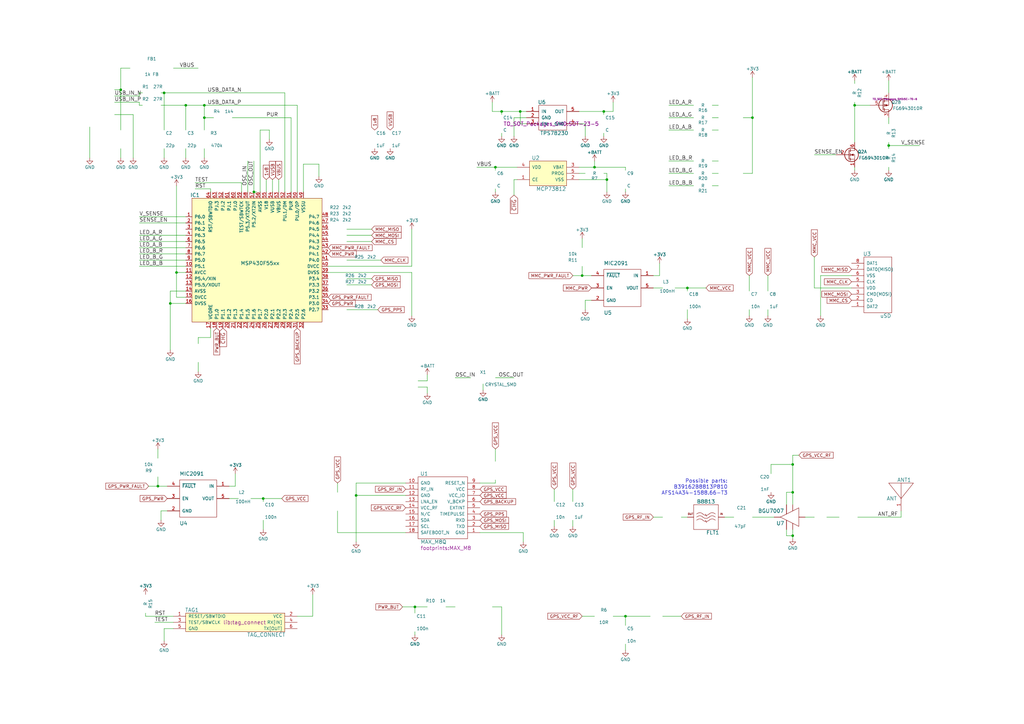
<source format=kicad_sch>
(kicad_sch (version 20210621) (generator eeschema)
  (paper "A3")
  (title_block (title "gpsLogger") (date "2016-07-13") (rev "Rev 2.0") (company "Gregory S Davill") (comment 4 "Simple GPS logger with low power features"))
  (junction (at 49.53 36.83))
  (junction (at 64.77 199.39))
  (junction (at 67.31 38.1))
  (junction (at 69.85 124.46))
  (junction (at 72.39 111.76))
  (junction (at 76.2 43.18))
  (junction (at 83.82 43.18))
  (junction (at 83.82 48.26))
  (junction (at 104.14 78.74))
  (junction (at 107.95 204.47))
  (junction (at 146.05 203.2))
  (junction (at 170.18 248.92))
  (junction (at 203.2 68.58))
  (junction (at 205.74 45.72))
  (junction (at 213.36 45.72))
  (junction (at 238.76 113.03))
  (junction (at 243.84 68.58))
  (junction (at 247.65 45.72))
  (junction (at 248.92 73.66))
  (junction (at 256.54 252.73))
  (junction (at 281.94 118.11))
  (junction (at 308.61 48.26))
  (junction (at 325.12 190.5))
  (junction (at 325.12 201.93))
  (junction (at 325.12 219.71))
  (junction (at 350.52 43.18))
  (junction (at 364.49 59.69))
  (wire (pts (xy 36.83 52.07) (xy 36.83 64.77)))
  (wire (pts (xy 46.99 36.83) (xy 49.53 36.83)))
  (wire (pts (xy 46.99 39.37) (xy 57.15 39.37)))
  (wire (pts (xy 46.99 41.91) (xy 57.15 41.91)))
  (wire (pts (xy 46.99 46.99) (xy 54.61 46.99)))
  (wire (pts (xy 49.53 27.94) (xy 49.53 36.83)))
  (wire (pts (xy 49.53 27.94) (xy 53.34 27.94)))
  (wire (pts (xy 49.53 36.83) (xy 49.53 53.34)))
  (wire (pts (xy 49.53 60.96) (xy 49.53 64.77)))
  (wire (pts (xy 54.61 46.99) (xy 54.61 64.77)))
  (wire (pts (xy 57.15 38.1) (xy 58.42 38.1)))
  (wire (pts (xy 57.15 39.37) (xy 57.15 38.1)))
  (wire (pts (xy 57.15 41.91) (xy 57.15 43.18)))
  (wire (pts (xy 57.15 43.18) (xy 58.42 43.18)))
  (wire (pts (xy 59.69 252.73) (xy 59.69 251.46)))
  (wire (pts (xy 59.69 252.73) (xy 71.12 252.73)))
  (wire (pts (xy 60.96 199.39) (xy 64.77 199.39)))
  (wire (pts (xy 64.77 187.96) (xy 64.77 184.15)))
  (wire (pts (xy 64.77 195.58) (xy 64.77 199.39)))
  (wire (pts (xy 64.77 199.39) (xy 68.58 199.39)))
  (wire (pts (xy 66.04 38.1) (xy 67.31 38.1)))
  (wire (pts (xy 66.04 43.18) (xy 76.2 43.18)))
  (wire (pts (xy 66.04 209.55) (xy 66.04 213.36)))
  (wire (pts (xy 67.31 38.1) (xy 116.84 38.1)))
  (wire (pts (xy 67.31 53.34) (xy 67.31 38.1)))
  (wire (pts (xy 67.31 60.96) (xy 67.31 64.77)))
  (wire (pts (xy 67.31 257.81) (xy 67.31 262.89)))
  (wire (pts (xy 68.58 209.55) (xy 66.04 209.55)))
  (wire (pts (xy 69.85 119.38) (xy 69.85 124.46)))
  (wire (pts (xy 69.85 124.46) (xy 69.85 143.51)))
  (wire (pts (xy 71.12 27.94) (xy 81.28 27.94)))
  (wire (pts (xy 71.12 255.27) (xy 63.5 255.27)))
  (wire (pts (xy 71.12 257.81) (xy 67.31 257.81)))
  (wire (pts (xy 72.39 76.2) (xy 72.39 111.76)))
  (wire (pts (xy 72.39 111.76) (xy 72.39 121.92)))
  (wire (pts (xy 72.39 121.92) (xy 76.2 121.92)))
  (wire (pts (xy 76.2 43.18) (xy 83.82 43.18)))
  (wire (pts (xy 76.2 53.34) (xy 76.2 43.18)))
  (wire (pts (xy 76.2 60.96) (xy 76.2 64.77)))
  (wire (pts (xy 76.2 88.9) (xy 57.15 88.9)))
  (wire (pts (xy 76.2 91.44) (xy 57.15 91.44)))
  (wire (pts (xy 76.2 96.52) (xy 57.15 96.52)))
  (wire (pts (xy 76.2 99.06) (xy 57.15 99.06)))
  (wire (pts (xy 76.2 101.6) (xy 57.15 101.6)))
  (wire (pts (xy 76.2 104.14) (xy 57.15 104.14)))
  (wire (pts (xy 76.2 106.68) (xy 57.15 106.68)))
  (wire (pts (xy 76.2 109.22) (xy 57.15 109.22)))
  (wire (pts (xy 76.2 111.76) (xy 72.39 111.76)))
  (wire (pts (xy 76.2 119.38) (xy 69.85 119.38)))
  (wire (pts (xy 76.2 124.46) (xy 69.85 124.46)))
  (wire (pts (xy 81.28 138.43) (xy 86.36 138.43)))
  (wire (pts (xy 81.28 140.97) (xy 81.28 138.43)))
  (wire (pts (xy 81.28 152.4) (xy 81.28 148.59)))
  (wire (pts (xy 83.82 43.18) (xy 83.82 48.26)))
  (wire (pts (xy 83.82 43.18) (xy 121.92 43.18)))
  (wire (pts (xy 83.82 48.26) (xy 83.82 53.34)))
  (wire (pts (xy 83.82 48.26) (xy 87.63 48.26)))
  (wire (pts (xy 83.82 64.77) (xy 83.82 60.96)))
  (wire (pts (xy 86.36 77.47) (xy 80.01 77.47)))
  (wire (pts (xy 86.36 78.74) (xy 86.36 77.47)))
  (wire (pts (xy 86.36 134.62) (xy 86.36 138.43)))
  (wire (pts (xy 93.98 199.39) (xy 96.52 199.39)))
  (wire (pts (xy 93.98 204.47) (xy 97.79 204.47)))
  (wire (pts (xy 95.25 48.26) (xy 119.38 48.26)))
  (wire (pts (xy 96.52 199.39) (xy 96.52 194.31)))
  (wire (pts (xy 99.06 74.93) (xy 80.01 74.93)))
  (wire (pts (xy 99.06 78.74) (xy 99.06 74.93)))
  (wire (pts (xy 101.6 78.74) (xy 101.6 66.04)))
  (wire (pts (xy 102.87 204.47) (xy 107.95 204.47)))
  (wire (pts (xy 104.14 78.74) (xy 104.14 66.04)))
  (wire (pts (xy 105.41 78.74) (xy 104.14 78.74)))
  (wire (pts (xy 106.68 53.34) (xy 110.49 53.34)))
  (wire (pts (xy 106.68 78.74) (xy 106.68 53.34)))
  (wire (pts (xy 107.95 204.47) (xy 107.95 205.74)))
  (wire (pts (xy 107.95 204.47) (xy 115.57 204.47)))
  (wire (pts (xy 107.95 213.36) (xy 107.95 217.17)))
  (wire (pts (xy 109.22 78.74) (xy 109.22 73.66)))
  (wire (pts (xy 110.49 53.34) (xy 110.49 57.15)))
  (wire (pts (xy 111.76 78.74) (xy 111.76 73.66)))
  (wire (pts (xy 114.3 78.74) (xy 114.3 73.66)))
  (wire (pts (xy 116.84 38.1) (xy 116.84 78.74)))
  (wire (pts (xy 119.38 48.26) (xy 119.38 78.74)))
  (wire (pts (xy 121.92 43.18) (xy 121.92 78.74)))
  (wire (pts (xy 121.92 252.73) (xy 128.27 252.73)))
  (wire (pts (xy 124.46 67.31) (xy 130.81 67.31)))
  (wire (pts (xy 124.46 78.74) (xy 124.46 67.31)))
  (wire (pts (xy 128.27 252.73) (xy 128.27 243.84)))
  (wire (pts (xy 130.81 67.31) (xy 130.81 72.39)))
  (wire (pts (xy 134.62 111.76) (xy 168.91 111.76)))
  (wire (pts (xy 138.43 198.12) (xy 138.43 201.93)))
  (wire (pts (xy 138.43 209.55) (xy 138.43 218.44)))
  (wire (pts (xy 138.43 218.44) (xy 166.37 218.44)))
  (wire (pts (xy 142.24 93.98) (xy 152.4 93.98)))
  (wire (pts (xy 142.24 99.06) (xy 152.4 99.06)))
  (wire (pts (xy 142.24 114.3) (xy 152.4 114.3)))
  (wire (pts (xy 142.24 127) (xy 154.94 127)))
  (wire (pts (xy 146.05 198.12) (xy 146.05 203.2)))
  (wire (pts (xy 146.05 203.2) (xy 146.05 222.25)))
  (wire (pts (xy 152.4 96.52) (xy 142.24 96.52)))
  (wire (pts (xy 152.4 116.84) (xy 142.24 116.84)))
  (wire (pts (xy 156.21 106.68) (xy 142.24 106.68)))
  (wire (pts (xy 165.1 248.92) (xy 170.18 248.92)))
  (wire (pts (xy 166.37 198.12) (xy 146.05 198.12)))
  (wire (pts (xy 166.37 203.2) (xy 146.05 203.2)))
  (wire (pts (xy 168.91 93.98) (xy 168.91 109.22)))
  (wire (pts (xy 168.91 109.22) (xy 134.62 109.22)))
  (wire (pts (xy 168.91 111.76) (xy 168.91 129.54)))
  (wire (pts (xy 170.18 248.92) (xy 175.26 248.92)))
  (wire (pts (xy 170.18 251.46) (xy 170.18 248.92)))
  (wire (pts (xy 170.18 260.35) (xy 170.18 259.08)))
  (wire (pts (xy 171.45 156.21) (xy 175.26 156.21)))
  (wire (pts (xy 171.45 158.75) (xy 175.26 158.75)))
  (wire (pts (xy 175.26 156.21) (xy 175.26 153.67)))
  (wire (pts (xy 175.26 158.75) (xy 175.26 161.29)))
  (wire (pts (xy 182.88 248.92) (xy 186.69 248.92)))
  (wire (pts (xy 193.04 154.94) (xy 186.69 154.94)))
  (wire (pts (xy 195.58 68.58) (xy 203.2 68.58)))
  (wire (pts (xy 196.85 198.12) (xy 203.2 198.12)))
  (wire (pts (xy 196.85 218.44) (xy 214.63 218.44)))
  (wire (pts (xy 198.12 157.48) (xy 198.12 160.02)))
  (wire (pts (xy 201.93 41.91) (xy 201.93 45.72)))
  (wire (pts (xy 201.93 45.72) (xy 205.74 45.72)))
  (wire (pts (xy 201.93 248.92) (xy 205.74 248.92)))
  (wire (pts (xy 203.2 68.58) (xy 212.09 68.58)))
  (wire (pts (xy 203.2 69.85) (xy 203.2 68.58)))
  (wire (pts (xy 203.2 77.47) (xy 203.2 78.74)))
  (wire (pts (xy 203.2 154.94) (xy 210.82 154.94)))
  (wire (pts (xy 203.2 189.23) (xy 203.2 184.15)))
  (wire (pts (xy 203.2 198.12) (xy 203.2 196.85)))
  (wire (pts (xy 205.74 45.72) (xy 213.36 45.72)))
  (wire (pts (xy 205.74 46.99) (xy 205.74 45.72)))
  (wire (pts (xy 205.74 54.61) (xy 205.74 55.88)))
  (wire (pts (xy 205.74 248.92) (xy 205.74 260.35)))
  (wire (pts (xy 210.82 48.26) (xy 210.82 55.88)))
  (wire (pts (xy 210.82 73.66) (xy 210.82 80.01)))
  (wire (pts (xy 212.09 73.66) (xy 210.82 73.66)))
  (wire (pts (xy 213.36 45.72) (xy 215.9 45.72)))
  (wire (pts (xy 213.36 50.8) (xy 213.36 45.72)))
  (wire (pts (xy 214.63 218.44) (xy 214.63 222.25)))
  (wire (pts (xy 215.9 48.26) (xy 210.82 48.26)))
  (wire (pts (xy 215.9 50.8) (xy 213.36 50.8)))
  (wire (pts (xy 227.33 200.66) (xy 227.33 205.74)))
  (wire (pts (xy 227.33 215.9) (xy 227.33 213.36)))
  (wire (pts (xy 234.95 113.03) (xy 238.76 113.03)))
  (wire (pts (xy 234.95 200.66) (xy 234.95 205.74)))
  (wire (pts (xy 234.95 213.36) (xy 234.95 215.9)))
  (wire (pts (xy 237.49 45.72) (xy 247.65 45.72)))
  (wire (pts (xy 237.49 50.8) (xy 240.03 50.8)))
  (wire (pts (xy 237.49 68.58) (xy 243.84 68.58)))
  (wire (pts (xy 237.49 71.12) (xy 240.03 71.12)))
  (wire (pts (xy 237.49 73.66) (xy 248.92 73.66)))
  (wire (pts (xy 238.76 101.6) (xy 238.76 97.79)))
  (wire (pts (xy 238.76 109.22) (xy 238.76 113.03)))
  (wire (pts (xy 238.76 113.03) (xy 242.57 113.03)))
  (wire (pts (xy 238.76 252.73) (xy 243.84 252.73)))
  (wire (pts (xy 240.03 50.8) (xy 240.03 55.88)))
  (wire (pts (xy 240.03 123.19) (xy 240.03 127)))
  (wire (pts (xy 242.57 123.19) (xy 240.03 123.19)))
  (wire (pts (xy 243.84 66.04) (xy 243.84 68.58)))
  (wire (pts (xy 243.84 68.58) (xy 256.54 68.58)))
  (wire (pts (xy 247.65 45.72) (xy 247.65 46.99)))
  (wire (pts (xy 247.65 45.72) (xy 251.46 45.72)))
  (wire (pts (xy 247.65 54.61) (xy 247.65 55.88)))
  (wire (pts (xy 247.65 71.12) (xy 248.92 71.12)))
  (wire (pts (xy 248.92 71.12) (xy 248.92 73.66)))
  (wire (pts (xy 248.92 73.66) (xy 248.92 78.74)))
  (wire (pts (xy 251.46 45.72) (xy 251.46 41.91)))
  (wire (pts (xy 251.46 252.73) (xy 256.54 252.73)))
  (wire (pts (xy 256.54 68.58) (xy 256.54 69.85)))
  (wire (pts (xy 256.54 77.47) (xy 256.54 78.74)))
  (wire (pts (xy 256.54 252.73) (xy 256.54 256.54)))
  (wire (pts (xy 256.54 252.73) (xy 266.7 252.73)))
  (wire (pts (xy 256.54 264.16) (xy 256.54 266.7)))
  (wire (pts (xy 267.97 113.03) (xy 270.51 113.03)))
  (wire (pts (xy 267.97 118.11) (xy 271.78 118.11)))
  (wire (pts (xy 267.97 212.09) (xy 271.78 212.09)))
  (wire (pts (xy 270.51 113.03) (xy 270.51 107.95)))
  (wire (pts (xy 271.78 252.73) (xy 279.4 252.73)))
  (wire (pts (xy 274.32 53.34) (xy 284.48 53.34)))
  (wire (pts (xy 274.32 71.12) (xy 284.48 71.12)))
  (wire (pts (xy 276.86 118.11) (xy 281.94 118.11)))
  (wire (pts (xy 279.4 212.09) (xy 281.94 212.09)))
  (wire (pts (xy 281.94 118.11) (xy 281.94 119.38)))
  (wire (pts (xy 281.94 118.11) (xy 289.56 118.11)))
  (wire (pts (xy 281.94 127) (xy 281.94 130.81)))
  (wire (pts (xy 284.48 43.18) (xy 274.32 43.18)))
  (wire (pts (xy 284.48 48.26) (xy 274.32 48.26)))
  (wire (pts (xy 284.48 66.04) (xy 274.32 66.04)))
  (wire (pts (xy 284.48 76.2) (xy 274.32 76.2)))
  (wire (pts (xy 292.1 43.18) (xy 294.64 43.18)))
  (wire (pts (xy 292.1 53.34) (xy 294.64 53.34)))
  (wire (pts (xy 292.1 66.04) (xy 294.64 66.04)))
  (wire (pts (xy 292.1 76.2) (xy 294.64 76.2)))
  (wire (pts (xy 294.64 48.26) (xy 292.1 48.26)))
  (wire (pts (xy 294.64 71.12) (xy 292.1 71.12)))
  (wire (pts (xy 297.18 212.09) (xy 300.99 212.09)))
  (wire (pts (xy 304.8 48.26) (xy 308.61 48.26)))
  (wire (pts (xy 307.34 113.03) (xy 307.34 119.38)))
  (wire (pts (xy 307.34 129.54) (xy 307.34 127)))
  (wire (pts (xy 308.61 31.75) (xy 308.61 48.26)))
  (wire (pts (xy 308.61 48.26) (xy 308.61 71.12)))
  (wire (pts (xy 308.61 71.12) (xy 304.8 71.12)))
  (wire (pts (xy 314.96 119.38) (xy 314.96 113.03)))
  (wire (pts (xy 314.96 127) (xy 314.96 129.54)))
  (wire (pts (xy 316.23 190.5) (xy 325.12 190.5)))
  (wire (pts (xy 316.23 194.31) (xy 316.23 190.5)))
  (wire (pts (xy 317.5 212.09) (xy 308.61 212.09)))
  (wire (pts (xy 322.58 201.93) (xy 325.12 201.93)))
  (wire (pts (xy 322.58 207.01) (xy 322.58 201.93)))
  (wire (pts (xy 322.58 217.17) (xy 322.58 219.71)))
  (wire (pts (xy 322.58 219.71) (xy 325.12 219.71)))
  (wire (pts (xy 325.12 186.69) (xy 325.12 190.5)))
  (wire (pts (xy 325.12 186.69) (xy 327.66 186.69)))
  (wire (pts (xy 325.12 190.5) (xy 325.12 201.93)))
  (wire (pts (xy 325.12 201.93) (xy 325.12 207.01)))
  (wire (pts (xy 325.12 217.17) (xy 325.12 219.71)))
  (wire (pts (xy 325.12 219.71) (xy 325.12 220.98)))
  (wire (pts (xy 334.01 105.41) (xy 334.01 118.11)))
  (wire (pts (xy 334.01 118.11) (xy 349.25 118.11)))
  (wire (pts (xy 334.01 212.09) (xy 330.2 212.09)))
  (wire (pts (xy 336.55 113.03) (xy 349.25 113.03)))
  (wire (pts (xy 336.55 129.54) (xy 336.55 113.03)))
  (wire (pts (xy 342.9 63.5) (xy 334.01 63.5)))
  (wire (pts (xy 344.17 212.09) (xy 339.09 212.09)))
  (wire (pts (xy 350.52 33.02) (xy 350.52 34.29)))
  (wire (pts (xy 350.52 41.91) (xy 350.52 43.18)))
  (wire (pts (xy 350.52 43.18) (xy 350.52 58.42)))
  (wire (pts (xy 350.52 68.58) (xy 350.52 69.85)))
  (wire (pts (xy 356.87 43.18) (xy 350.52 43.18)))
  (wire (pts (xy 364.49 33.02) (xy 364.49 38.1)))
  (wire (pts (xy 364.49 48.26) (xy 364.49 50.8)))
  (wire (pts (xy 364.49 58.42) (xy 364.49 59.69)))
  (wire (pts (xy 364.49 59.69) (xy 364.49 60.96)))
  (wire (pts (xy 364.49 59.69) (xy 377.19 59.69)))
  (wire (pts (xy 364.49 68.58) (xy 364.49 69.85)))
  (wire (pts (xy 369.57 209.55) (xy 369.57 212.09)))
  (wire (pts (xy 369.57 212.09) (xy 351.79 212.09)))
  (text "Possible parts:\nB39162B8813P810\nAFS14A34-1588.66-T3\n" (at 298.45 203.2 0) (effects (font (size 1.524 1.524)) (justify right bottom)))
  (label "USB_IN_N" (at 46.99 39.37 0) (effects (font (size 1.524 1.524))))
  (label "USB_IN_P" (at 46.99 41.91 0) (effects (font (size 1.524 1.524))))
  (label "V_SENSE" (at 57.15 88.9 0) (effects (font (size 1.524 1.524))))
  (label "SENSE_EN" (at 57.15 91.44 0) (effects (font (size 1.524 1.524))))
  (label "LED_A_R" (at 57.15 96.52 0) (effects (font (size 1.524 1.524))))
  (label "LED_A_G" (at 57.15 99.06 0) (effects (font (size 1.524 1.524))))
  (label "LED_A_B" (at 57.15 101.6 0) (effects (font (size 1.524 1.524))))
  (label "LED_B_R" (at 57.15 104.14 0) (effects (font (size 1.524 1.524))))
  (label "LED_B_G" (at 57.15 106.68 0) (effects (font (size 1.524 1.524))))
  (label "LED_B_B" (at 57.15 109.22 0) (effects (font (size 1.524 1.524))))
  (label "RST" (at 63.5 252.73 0) (effects (font (size 1.524 1.524))))
  (label "TEST" (at 63.5 255.27 0) (effects (font (size 1.524 1.524))))
  (label "VBUS" (at 73.66 27.94 0) (effects (font (size 1.524 1.524))))
  (label "TEST" (at 80.01 74.93 0) (effects (font (size 1.524 1.524))))
  (label "RST" (at 80.01 77.47 0) (effects (font (size 1.524 1.524))))
  (label "USB_DATA_N" (at 85.09 38.1 0) (effects (font (size 1.524 1.524))))
  (label "USB_DATA_P" (at 85.09 43.18 0) (effects (font (size 1.524 1.524))))
  (label "OSC_IN" (at 101.6 76.2 90) (effects (font (size 1.524 1.524))))
  (label "OSC_OUT" (at 104.14 76.2 90) (effects (font (size 1.524 1.524))))
  (label "PUR" (at 109.22 48.26 0) (effects (font (size 1.524 1.524))))
  (label "OSC_IN" (at 186.69 154.94 0) (effects (font (size 1.524 1.524))))
  (label "VBUS" (at 195.58 68.58 0) (effects (font (size 1.524 1.524))))
  (label "OSC_OUT" (at 204.47 154.94 0) (effects (font (size 1.524 1.524))))
  (label "LED_A_R" (at 274.32 43.18 0) (effects (font (size 1.524 1.524))))
  (label "LED_A_G" (at 274.32 48.26 0) (effects (font (size 1.524 1.524))))
  (label "LED_A_B" (at 274.32 53.34 0) (effects (font (size 1.524 1.524))))
  (label "LED_B_R" (at 274.32 66.04 0) (effects (font (size 1.524 1.524))))
  (label "LED_B_G" (at 274.32 71.12 0) (effects (font (size 1.524 1.524))))
  (label "LED_B_B" (at 274.32 76.2 0) (effects (font (size 1.524 1.524))))
  (label "SENSE_EN" (at 334.01 63.5 0) (effects (font (size 1.524 1.524))))
  (label "ANT_RF" (at 368.3 212.09 180) (effects (font (size 1.524 1.524))))
  (label "V_SENSE" (at 369.57 59.69 0) (effects (font (size 1.524 1.524))))
  (global_label "GPS_PWR_FAULT" (shape input) (at 60.96 199.39 180) (property "Intersheet References" "${INTERSHEET_REFS}" (effects hide)))
  (global_label "GPS_PWR" (shape input) (at 68.58 204.47 180) (property "Intersheet References" "${INTERSHEET_REFS}" (effects hide)))
  (global_label "PWR_BUT" (shape input) (at 88.9 134.62 270) (property "Intersheet References" "${INTERSHEET_REFS}" (effects hide)))
  (global_label "~{CHG}" (shape input) (at 91.44 134.62 270) (effects (font (size 1.524 1.524))) (property "Intersheet References" "${INTERSHEET_REFS}" (effects hide)))
  (global_label "1v8" (shape input) (at 109.22 73.66 90) (effects (font (size 1.2954 1.2954))) (property "Intersheet References" "${INTERSHEET_REFS}" (effects hide)))
  (global_label "VUSB" (shape input) (at 111.76 73.66 90) (effects (font (size 1.2954 1.2954))) (property "Intersheet References" "${INTERSHEET_REFS}" (effects hide)))
  (global_label "VBUS" (shape input) (at 114.3 73.66 90) (effects (font (size 1.2954 1.2954))) (property "Intersheet References" "${INTERSHEET_REFS}" (effects hide)))
  (global_label "GPS_VCC" (shape input) (at 115.57 204.47 0) (property "Intersheet References" "${INTERSHEET_REFS}" (effects hide)))
  (global_label "GPS_BACKUP" (shape input) (at 121.92 134.62 270) (property "Intersheet References" "${INTERSHEET_REFS}" (effects hide)))
  (global_label "MMC_PWR_FAULT" (shape input) (at 134.62 101.6 0) (property "Intersheet References" "${INTERSHEET_REFS}" (effects hide)))
  (global_label "MMC_PWR" (shape input) (at 134.62 104.14 0) (property "Intersheet References" "${INTERSHEET_REFS}" (effects hide)))
  (global_label "GPS_PWR_FAULT" (shape input) (at 134.62 121.92 0) (property "Intersheet References" "${INTERSHEET_REFS}" (effects hide)))
  (global_label "GPS_PWR" (shape input) (at 134.62 124.46 0) (property "Intersheet References" "${INTERSHEET_REFS}" (effects hide)))
  (global_label "GPS_VCC" (shape input) (at 138.43 198.12 90) (property "Intersheet References" "${INTERSHEET_REFS}" (effects hide)))
  (global_label "MMC_MISO" (shape input) (at 152.4 93.98 0) (property "Intersheet References" "${INTERSHEET_REFS}" (effects hide)))
  (global_label "MMC_MOSI" (shape input) (at 152.4 96.52 0) (property "Intersheet References" "${INTERSHEET_REFS}" (effects hide)))
  (global_label "MMC_CS" (shape input) (at 152.4 99.06 0) (property "Intersheet References" "${INTERSHEET_REFS}" (effects hide)))
  (global_label "GPS_MISO" (shape input) (at 152.4 114.3 0) (property "Intersheet References" "${INTERSHEET_REFS}" (effects hide)))
  (global_label "GPS_MOSI" (shape input) (at 152.4 116.84 0) (property "Intersheet References" "${INTERSHEET_REFS}" (effects hide)))
  (global_label "1v8" (shape input) (at 153.67 53.34 90) (effects (font (size 1.2954 1.2954))) (property "Intersheet References" "${INTERSHEET_REFS}" (effects hide)))
  (global_label "GPS_PPS" (shape input) (at 154.94 127 0) (property "Intersheet References" "${INTERSHEET_REFS}" (effects hide)))
  (global_label "MMC_CLK" (shape input) (at 156.21 106.68 0) (property "Intersheet References" "${INTERSHEET_REFS}" (effects hide)))
  (global_label "VUSB" (shape input) (at 160.02 53.34 90) (effects (font (size 1.2954 1.2954))) (property "Intersheet References" "${INTERSHEET_REFS}" (effects hide)))
  (global_label "PWR_BUT" (shape input) (at 165.1 248.92 180) (property "Intersheet References" "${INTERSHEET_REFS}" (effects hide)))
  (global_label "GPS_RF_IN" (shape input) (at 166.37 200.66 180) (property "Intersheet References" "${INTERSHEET_REFS}" (effects hide)))
  (global_label "GPS_VCC_RF" (shape input) (at 166.37 208.28 180) (property "Intersheet References" "${INTERSHEET_REFS}" (effects hide)))
  (global_label "GPS_VCC" (shape input) (at 196.85 200.66 0) (property "Intersheet References" "${INTERSHEET_REFS}" (effects hide)))
  (global_label "GPS_VCC" (shape input) (at 196.85 203.2 0) (property "Intersheet References" "${INTERSHEET_REFS}" (effects hide)))
  (global_label "GPS_BACKUP" (shape input) (at 196.85 205.74 0) (property "Intersheet References" "${INTERSHEET_REFS}" (effects hide)))
  (global_label "GPS_PPS" (shape input) (at 196.85 210.82 0) (property "Intersheet References" "${INTERSHEET_REFS}" (effects hide)))
  (global_label "GPS_MOSI" (shape input) (at 196.85 213.36 0) (property "Intersheet References" "${INTERSHEET_REFS}" (effects hide)))
  (global_label "GPS_MISO" (shape input) (at 196.85 215.9 0) (property "Intersheet References" "${INTERSHEET_REFS}" (effects hide)))
  (global_label "GPS_VCC" (shape input) (at 203.2 184.15 90) (property "Intersheet References" "${INTERSHEET_REFS}" (effects hide)))
  (global_label "~{CHG}" (shape input) (at 210.82 80.01 270) (effects (font (size 1.524 1.524))) (property "Intersheet References" "${INTERSHEET_REFS}" (effects hide)))
  (global_label "GPS_VCC" (shape input) (at 227.33 200.66 90) (property "Intersheet References" "${INTERSHEET_REFS}" (effects hide)))
  (global_label "MMC_PWR_FAULT" (shape input) (at 234.95 113.03 180) (property "Intersheet References" "${INTERSHEET_REFS}" (effects hide)))
  (global_label "GPS_VCC" (shape input) (at 234.95 200.66 90) (property "Intersheet References" "${INTERSHEET_REFS}" (effects hide)))
  (global_label "GPS_VCC_RF" (shape input) (at 238.76 252.73 180) (property "Intersheet References" "${INTERSHEET_REFS}" (effects hide)))
  (global_label "MMC_PWR" (shape input) (at 242.57 118.11 180) (property "Intersheet References" "${INTERSHEET_REFS}" (effects hide)))
  (global_label "GPS_RF_IN" (shape input) (at 267.97 212.09 180) (property "Intersheet References" "${INTERSHEET_REFS}" (effects hide)))
  (global_label "GPS_RF_IN" (shape input) (at 279.4 252.73 0) (property "Intersheet References" "${INTERSHEET_REFS}" (effects hide)))
  (global_label "MMC_VCC" (shape input) (at 289.56 118.11 0) (property "Intersheet References" "${INTERSHEET_REFS}" (effects hide)))
  (global_label "MMC_VCC" (shape input) (at 307.34 113.03 90) (property "Intersheet References" "${INTERSHEET_REFS}" (effects hide)))
  (global_label "MMC_VCC" (shape input) (at 314.96 113.03 90) (property "Intersheet References" "${INTERSHEET_REFS}" (effects hide)))
  (global_label "GPS_VCC_RF" (shape input) (at 327.66 186.69 0) (property "Intersheet References" "${INTERSHEET_REFS}" (effects hide)))
  (global_label "MMC_VCC" (shape input) (at 334.01 105.41 90) (property "Intersheet References" "${INTERSHEET_REFS}" (effects hide)))
  (global_label "MMC_MISO" (shape input) (at 349.25 110.49 180) (property "Intersheet References" "${INTERSHEET_REFS}" (effects hide)))
  (global_label "MMC_CLK" (shape input) (at 349.25 115.57 180) (property "Intersheet References" "${INTERSHEET_REFS}" (effects hide)))
  (global_label "MMC_MOSI" (shape input) (at 349.25 120.65 180) (property "Intersheet References" "${INTERSHEET_REFS}" (effects hide)))
  (global_label "MMC_CS" (shape input) (at 349.25 123.19 180) (property "Intersheet References" "${INTERSHEET_REFS}" (effects hide)))
  (symbol (lib_id "power1:+3.3V") (at 59.69 243.84 0) (unit 1)
    (property "Reference" "#PWR036" (effects hide))
    (property "Value" "+3.3V" (at 59.69 240.284 0))
  )
  (symbol (lib_id "power1:+3.3V") (at 64.77 184.15 0) (unit 1)
    (property "Reference" "#PWR043" (effects hide))
    (property "Value" "+3.3V" (at 64.77 180.594 0))
  )
  (symbol (lib_id "power1:+3.3V") (at 72.39 76.2 0) (unit 1)
    (property "Reference" "#PWR023" (effects hide))
    (property "Value" "+3.3V" (at 72.39 72.644 0))
  )
  (symbol (lib_id "power1:+3.3V") (at 96.52 194.31 0) (unit 1)
    (property "Reference" "#PWR044" (effects hide))
    (property "Value" "+3.3V" (at 96.52 190.754 0))
  )
  (symbol (lib_id "power1:+3.3V") (at 128.27 243.84 0) (unit 1)
    (property "Reference" "#PWR034" (effects hide))
    (property "Value" "+3.3V" (at 128.27 240.284 0))
  )
  (symbol (lib_id "power1:+3.3V") (at 168.91 93.98 0) (unit 1)
    (property "Reference" "#PWR022" (effects hide))
    (property "Value" "+3.3V" (at 168.91 90.424 0))
  )
  (symbol (lib_id "power1:+BATT") (at 175.26 153.67 0) (unit 1)
    (property "Reference" "#PWR053" (effects hide))
    (property "Value" "+BATT" (at 175.26 150.114 0))
  )
  (symbol (lib_id "power1:+BATT") (at 201.93 41.91 0) (unit 1)
    (property "Reference" "#PWR011" (effects hide))
    (property "Value" "+BATT" (at 201.93 38.354 0))
  )
  (symbol (lib_id "power1:+3.3V") (at 238.76 97.79 0) (unit 1)
    (property "Reference" "#PWR047" (effects hide))
    (property "Value" "+3.3V" (at 238.76 94.234 0))
  )
  (symbol (lib_id "power1:+BATT") (at 243.84 66.04 0) (unit 1)
    (property "Reference" "#PWR04" (effects hide))
    (property "Value" "+BATT" (at 243.84 62.484 0))
  )
  (symbol (lib_id "power1:+3.3V") (at 251.46 41.91 0) (unit 1)
    (property "Reference" "#PWR03" (effects hide))
    (property "Value" "+3.3V" (at 251.46 38.354 0))
  )
  (symbol (lib_id "power1:+3.3V") (at 270.51 107.95 0) (unit 1)
    (property "Reference" "#PWR048" (effects hide))
    (property "Value" "+3.3V" (at 270.51 104.394 0))
  )
  (symbol (lib_id "power1:+3.3V") (at 308.61 31.75 0) (unit 1)
    (property "Reference" "#PWR037" (effects hide))
    (property "Value" "+3.3V" (at 308.61 28.194 0))
  )
  (symbol (lib_id "power1:+BATT") (at 350.52 33.02 0) (unit 1)
    (property "Reference" "#PWR026" (effects hide))
    (property "Value" "+BATT" (at 350.52 29.464 0))
  )
  (symbol (lib_id "power1:+BATT") (at 364.49 33.02 0) (unit 1)
    (property "Reference" "#PWR025" (effects hide))
    (property "Value" "+BATT" (at 364.49 29.464 0))
  )
  (symbol (lib_id "power1:GND") (at 36.83 64.77 0) (unit 1)
    (property "Reference" "#PWR012" (effects hide))
    (property "Value" "GND" (at 36.83 68.58 0))
  )
  (symbol (lib_id "power1:GND") (at 49.53 64.77 0) (unit 1)
    (property "Reference" "#PWR013" (effects hide))
    (property "Value" "GND" (at 49.53 68.58 0))
  )
  (symbol (lib_id "power1:GND") (at 54.61 64.77 0) (unit 1)
    (property "Reference" "#PWR014" (effects hide))
    (property "Value" "GND" (at 54.61 68.58 0))
  )
  (symbol (lib_id "power1:GND") (at 66.04 213.36 0) (unit 1)
    (property "Reference" "#PWR046" (effects hide))
    (property "Value" "GND" (at 66.04 217.17 0))
  )
  (symbol (lib_id "power1:GND") (at 67.31 64.77 0) (unit 1)
    (property "Reference" "#PWR015" (effects hide))
    (property "Value" "GND" (at 67.31 68.58 0))
  )
  (symbol (lib_id "power1:GND") (at 67.31 262.89 0) (unit 1)
    (property "Reference" "#PWR035" (effects hide))
    (property "Value" "GND" (at 67.31 266.7 0))
  )
  (symbol (lib_id "power1:GND") (at 69.85 143.51 0) (unit 1)
    (property "Reference" "#PWR021" (effects hide))
    (property "Value" "GND" (at 69.85 147.32 0))
  )
  (symbol (lib_id "power1:GND") (at 76.2 64.77 0) (unit 1)
    (property "Reference" "#PWR016" (effects hide))
    (property "Value" "GND" (at 76.2 68.58 0))
  )
  (symbol (lib_id "power1:GND") (at 81.28 152.4 0) (unit 1)
    (property "Reference" "#PWR051" (effects hide))
    (property "Value" "GND" (at 81.28 156.21 0))
  )
  (symbol (lib_id "power1:GND") (at 83.82 64.77 0) (unit 1)
    (property "Reference" "#PWR017" (effects hide))
    (property "Value" "GND" (at 83.82 68.58 0))
  )
  (symbol (lib_id "power1:GND") (at 107.95 217.17 0) (unit 1)
    (property "Reference" "#PWR045" (effects hide))
    (property "Value" "GND" (at 107.95 220.98 0))
  )
  (symbol (lib_id "power1:GND") (at 110.49 57.15 0) (unit 1)
    (property "Reference" "#PWR019" (effects hide))
    (property "Value" "GND" (at 110.49 60.96 0))
  )
  (symbol (lib_id "power1:GND") (at 130.81 72.39 0) (unit 1)
    (property "Reference" "#PWR018" (effects hide))
    (property "Value" "GND" (at 130.81 76.2 0))
  )
  (symbol (lib_id "power1:GND") (at 146.05 222.25 0) (unit 1)
    (property "Reference" "#PWR041" (effects hide))
    (property "Value" "GND" (at 146.05 226.06 0))
  )
  (symbol (lib_id "power1:GND") (at 153.67 60.96 0) (unit 1)
    (property "Reference" "#PWR038" (effects hide))
    (property "Value" "GND" (at 153.67 64.77 0))
  )
  (symbol (lib_id "power1:GND") (at 160.02 60.96 0) (unit 1)
    (property "Reference" "#PWR039" (effects hide))
    (property "Value" "GND" (at 160.02 64.77 0))
  )
  (symbol (lib_id "power1:GND") (at 168.91 129.54 0) (unit 1)
    (property "Reference" "#PWR020" (effects hide))
    (property "Value" "GND" (at 168.91 133.35 0))
  )
  (symbol (lib_id "power1:GND") (at 170.18 260.35 0) (unit 1)
    (property "Reference" "#PWR052" (effects hide))
    (property "Value" "GND" (at 170.18 264.16 0))
  )
  (symbol (lib_id "power1:GND") (at 175.26 161.29 0) (unit 1)
    (property "Reference" "#PWR054" (effects hide))
    (property "Value" "GND" (at 175.26 165.1 0))
  )
  (symbol (lib_id "power1:GND") (at 198.12 160.02 0) (unit 1)
    (property "Reference" "#PWR033" (effects hide))
    (property "Value" "GND" (at 198.12 163.83 0))
  )
  (symbol (lib_id "power1:GND") (at 203.2 78.74 0) (unit 1)
    (property "Reference" "#PWR08" (effects hide))
    (property "Value" "GND" (at 203.2 82.55 0))
  )
  (symbol (lib_id "power1:GND") (at 205.74 55.88 0) (unit 1)
    (property "Reference" "#PWR032" (effects hide))
    (property "Value" "GND" (at 205.74 59.69 0))
  )
  (symbol (lib_id "power1:GND") (at 205.74 260.35 0) (unit 1)
    (property "Reference" "#PWR024" (effects hide))
    (property "Value" "GND" (at 205.74 264.16 0))
  )
  (symbol (lib_id "power1:GND") (at 210.82 55.88 0) (unit 1)
    (property "Reference" "#PWR031" (effects hide))
    (property "Value" "GND" (at 210.82 59.69 0))
  )
  (symbol (lib_id "power1:GND") (at 214.63 222.25 0) (unit 1)
    (property "Reference" "#PWR040" (effects hide))
    (property "Value" "GND" (at 214.63 226.06 0))
  )
  (symbol (lib_id "power1:GND") (at 227.33 215.9 0) (unit 1)
    (property "Reference" "#PWR09" (effects hide))
    (property "Value" "GND" (at 227.33 219.71 0))
  )
  (symbol (lib_id "power1:GND") (at 234.95 215.9 0) (unit 1)
    (property "Reference" "#PWR010" (effects hide))
    (property "Value" "GND" (at 234.95 219.71 0))
  )
  (symbol (lib_id "power1:GND") (at 240.03 55.88 0) (unit 1)
    (property "Reference" "#PWR030" (effects hide))
    (property "Value" "GND" (at 240.03 59.69 0))
  )
  (symbol (lib_id "power1:GND") (at 240.03 127 0) (unit 1)
    (property "Reference" "#PWR050" (effects hide))
    (property "Value" "GND" (at 240.03 130.81 0))
  )
  (symbol (lib_id "power1:GND") (at 247.65 55.88 0) (unit 1)
    (property "Reference" "#PWR029" (effects hide))
    (property "Value" "GND" (at 247.65 59.69 0))
  )
  (symbol (lib_id "power1:GND") (at 248.92 78.74 0) (unit 1)
    (property "Reference" "#PWR06" (effects hide))
    (property "Value" "GND" (at 248.92 82.55 0))
  )
  (symbol (lib_id "power1:GND") (at 256.54 78.74 0) (unit 1)
    (property "Reference" "#PWR07" (effects hide))
    (property "Value" "GND" (at 256.54 82.55 0))
  )
  (symbol (lib_id "power1:GND") (at 256.54 266.7 0) (unit 1)
    (property "Reference" "#PWR042" (effects hide))
    (property "Value" "GND" (at 256.54 270.51 0))
  )
  (symbol (lib_id "power1:GND") (at 281.94 130.81 0) (unit 1)
    (property "Reference" "#PWR049" (effects hide))
    (property "Value" "GND" (at 281.94 134.62 0))
  )
  (symbol (lib_id "power1:GND") (at 307.34 129.54 0) (unit 1)
    (property "Reference" "#PWR01" (effects hide))
    (property "Value" "GND" (at 307.34 133.35 0))
  )
  (symbol (lib_id "power1:GND") (at 314.96 129.54 0) (unit 1)
    (property "Reference" "#PWR02" (effects hide))
    (property "Value" "GND" (at 314.96 133.35 0))
  )
  (symbol (lib_id "power1:GND") (at 316.23 201.93 0) (mirror y) (unit 1)
    (property "Reference" "#PWR056" (effects hide))
    (property "Value" "GND" (at 316.23 205.74 0))
  )
  (symbol (lib_id "power1:GND") (at 325.12 220.98 0) (mirror y) (unit 1)
    (property "Reference" "#PWR055" (effects hide))
    (property "Value" "GND" (at 325.12 224.79 0))
  )
  (symbol (lib_id "power1:GND") (at 336.55 129.54 0) (unit 1)
    (property "Reference" "#PWR05" (effects hide))
    (property "Value" "GND" (at 336.55 133.35 0))
  )
  (symbol (lib_id "power1:GND") (at 350.52 69.85 0) (unit 1)
    (property "Reference" "#PWR027" (effects hide))
    (property "Value" "GND" (at 350.52 73.66 0))
  )
  (symbol (lib_id "power1:GND") (at 364.49 69.85 0) (unit 1)
    (property "Reference" "#PWR028" (effects hide))
    (property "Value" "GND" (at 364.49 73.66 0))
  )
  (symbol (lib_id "gpsLogger:FG6943010R") (at 347.98 63.5 0) (unit 1)
    (property "Reference" "Q2" (at 355.6 62.23 0) (effects (justify right)))
    (property "Value" "FG6943010R" (at 364.49 64.77 0) (effects (justify right)))
    (property "Footprint" "TO_SOT_Packages_SMD:SC-70-6" (effects hide))
  )
  (symbol (lib_id "gpsLogger:FG6943010R") (at 361.95 43.18 0) (unit 2)
    (property "Reference" "Q2" (at 369.57 41.91 0) (effects (justify right)))
    (property "Value" "FG6943010R" (at 378.46 44.45 0) (effects (justify right)))
    (property "Footprint" "TO_SOT_Packages_SMD:SC-70-6" (at 367.03 40.64 0) (effects (font (size 0.7366 0.7366))))
    (property "#manf" " FG6943010RCT-ND " (effects hide))
  )
  (symbol (lib_id "USB_OTG") (at 39.37 41.91 90) (mirror x) (unit 1)
    (property "Reference" "P1" (at 42.545 50.165 0))
    (property "Value" "USB_OTG" (at 34.29 41.91 0))
    (property "Footprint" "footprints:USB_VERT" (effects hide))
    (property "#manf" " 732-2735-ND " (effects hide))
  )
  (symbol (lib_id "C") (at 49.53 57.15 0) (unit 1)
    (property "Reference" "C1" (at 50.165 54.61 0) (effects (justify left)))
    (property "Value" "10n" (at 50.165 59.69 0) (effects (justify left)))
    (property "Footprint" "Capacitors_SMD:C_0603" (effects hide))
  )
  (symbol (lib_id "R") (at 59.69 247.65 0) (unit 1)
    (property "Reference" "R15" (at 61.722 247.65 90))
    (property "Value" "R" (at 59.69 247.65 90))
    (property "Footprint" "Resistors_SMD:R_0603" (effects hide))
  )
  (symbol (lib_id "FILTER") (at 62.23 27.94 0) (unit 1)
    (property "Reference" "FB1" (at 62.23 24.13 0))
    (property "Value" "1k FB" (at 62.23 30.48 0))
    (property "Footprint" "Resistors_SMD:R_0603" (effects hide))
    (property "#manf" "490-5215-1-ND" (effects hide))
  )
  (symbol (lib_id "R") (at 62.23 38.1 270) (unit 1)
    (property "Reference" "R1" (at 59.69 35.56 90))
    (property "Value" "27R" (at 64.77 35.56 90))
    (property "Footprint" "Resistors_SMD:R_0603" (effects hide))
  )
  (symbol (lib_id "R") (at 62.23 43.18 270) (unit 1)
    (property "Reference" "R2" (at 59.69 40.64 90))
    (property "Value" "27R" (at 64.77 40.64 90))
    (property "Footprint" "Resistors_SMD:R_0603" (effects hide))
  )
  (symbol (lib_id "R") (at 64.77 191.77 180) (unit 1)
    (property "Reference" "R9" (at 60.96 193.04 0))
    (property "Value" "10k" (at 60.96 190.5 0))
    (property "Footprint" "Resistors_SMD:R_0603" (effects hide))
  )
  (symbol (lib_id "C") (at 67.31 57.15 0) (unit 1)
    (property "Reference" "C2" (at 67.945 54.61 0) (effects (justify left)))
    (property "Value" "22p" (at 67.945 59.69 0) (effects (justify left)))
    (property "Footprint" "Capacitors_SMD:C_0603" (effects hide))
  )
  (symbol (lib_id "C") (at 76.2 57.15 0) (unit 1)
    (property "Reference" "C3" (at 76.835 54.61 0) (effects (justify left)))
    (property "Value" "22p" (at 76.835 59.69 0) (effects (justify left)))
    (property "Footprint" "Capacitors_SMD:C_0603" (effects hide))
  )
  (symbol (lib_id "C") (at 81.28 144.78 0) (unit 1)
    (property "Reference" "C4" (at 81.915 142.24 0) (effects (justify left)))
    (property "Value" "1uF" (at 81.915 147.32 0) (effects (justify left)))
    (property "Footprint" "Capacitors_SMD:C_0603" (effects hide))
  )
  (symbol (lib_id "R") (at 83.82 57.15 180) (unit 1)
    (property "Reference" "R3" (at 87.63 54.61 0))
    (property "Value" "470k" (at 88.9 59.69 0))
    (property "Footprint" "Resistors_SMD:R_0603" (effects hide))
  )
  (symbol (lib_id "R") (at 91.44 48.26 270) (unit 1)
    (property "Reference" "R4" (at 88.9 45.72 90))
    (property "Value" "1k4" (at 93.98 45.72 90))
    (property "Footprint" "Resistors_SMD:R_0603" (effects hide))
  )
  (symbol (lib_id "L_Small") (at 100.33 204.47 90) (unit 1)
    (property "Reference" "L2" (at 100.33 201.93 90) (effects (justify left)))
    (property "Value" "100nH" (at 102.87 205.74 90) (effects (justify left)))
    (property "Footprint" "Capacitors_SMD:C_0603" (effects hide))
    (property "#manf" "490-5215-1-ND" (effects hide))
  )
  (symbol (lib_id "C") (at 107.95 209.55 0) (unit 1)
    (property "Reference" "C10" (at 108.585 207.01 0) (effects (justify left)))
    (property "Value" "100n" (at 108.585 212.09 0) (effects (justify left)))
    (property "Footprint" "Capacitors_SMD:C_0603" (effects hide))
  )
  (symbol (lib_id "R") (at 138.43 93.98 90) (unit 1)
    (property "Reference" "R22" (at 137.16 85.09 90))
    (property "Value" "2k2" (at 142.24 85.09 90))
    (property "Footprint" "Resistors_SMD:R_0603" (effects hide))
  )
  (symbol (lib_id "R") (at 138.43 96.52 90) (unit 1)
    (property "Reference" "R23" (at 137.16 87.63 90))
    (property "Value" "2k2" (at 142.24 87.63 90))
    (property "Footprint" "Resistors_SMD:R_0603" (effects hide))
  )
  (symbol (lib_id "R") (at 138.43 99.06 90) (unit 1)
    (property "Reference" "R24" (at 137.16 90.17 90))
    (property "Value" "2k2" (at 142.24 90.17 90))
    (property "Footprint" "Resistors_SMD:R_0603" (effects hide))
  )
  (symbol (lib_id "R") (at 138.43 106.68 90) (unit 1)
    (property "Reference" "R25" (at 147.32 105.41 90))
    (property "Value" "2k2" (at 152.4 105.41 90))
    (property "Footprint" "Resistors_SMD:R_0603" (effects hide))
  )
  (symbol (lib_id "R") (at 138.43 114.3 90) (unit 1)
    (property "Reference" "R26" (at 143.51 113.03 90))
    (property "Value" "2k2" (at 148.59 113.03 90))
    (property "Footprint" "Resistors_SMD:R_0603" (effects hide))
  )
  (symbol (lib_id "R") (at 138.43 116.84 90) (unit 1)
    (property "Reference" "R27" (at 143.51 115.57 90))
    (property "Value" "2k2" (at 148.59 115.57 90))
    (property "Footprint" "Resistors_SMD:R_0603" (effects hide))
  )
  (symbol (lib_id "R") (at 138.43 127 90) (unit 1)
    (property "Reference" "R28" (at 147.32 125.73 90))
    (property "Value" "2k2" (at 152.4 125.73 90))
    (property "Footprint" "Resistors_SMD:R_0603" (effects hide))
  )
  (symbol (lib_id "R") (at 138.43 205.74 180) (unit 1)
    (property "Reference" "R5" (at 134.62 207.01 0))
    (property "Value" "10k" (at 134.62 204.47 0))
    (property "Footprint" "Resistors_SMD:R_0603" (effects hide))
  )
  (symbol (lib_id "C") (at 153.67 57.15 0) (unit 1)
    (property "Reference" "C16" (at 154.305 54.61 0) (effects (justify left)))
    (property "Value" "1uF" (at 154.305 59.69 0) (effects (justify left)))
    (property "Footprint" "Capacitors_SMD:C_0603" (effects hide))
  )
  (symbol (lib_id "C") (at 160.02 57.15 0) (unit 1)
    (property "Reference" "C17" (at 160.655 54.61 0) (effects (justify left)))
    (property "Value" "1uF" (at 160.655 59.69 0) (effects (justify left)))
    (property "Footprint" "Capacitors_SMD:C_0603" (effects hide))
  )
  (symbol (lib_id "CONN_01X02") (at 166.37 157.48 0) (mirror y) (unit 1)
    (property "Reference" "P2" (at 166.37 153.67 0))
    (property "Value" "CONN_01X02" (at 163.83 157.48 90))
    (property "Footprint" "footprints:BM02B-GHS-TBT" (effects hide))
    (property "#manf" "455-1564-1-ND" (effects hide))
  )
  (symbol (lib_id "C") (at 170.18 255.27 0) (unit 1)
    (property "Reference" "C11" (at 170.815 252.73 0) (effects (justify left)))
    (property "Value" "100n" (at 170.815 257.81 0) (effects (justify left)))
    (property "Footprint" "Capacitors_SMD:C_0603" (effects hide))
  )
  (symbol (lib_id "R") (at 179.07 248.92 90) (unit 1)
    (property "Reference" "R10" (at 176.53 246.38 90))
    (property "Value" "1k" (at 181.61 246.38 90))
    (property "Footprint" "Resistors_SMD:R_0603" (effects hide))
  )
  (symbol (lib_id "SW_PUSH") (at 194.31 248.92 0) (unit 1)
    (property "Reference" "SW1" (at 198.12 246.126 0))
    (property "Value" "SW_PUSH" (at 194.31 250.952 0))
    (property "Footprint" "cameraTrigger_rev1_0:EVQ_switch" (effects hide))
    (property "#manf" "P10888SCT-ND" (effects hide))
  )
  (symbol (lib_id "CRYSTAL_SMD") (at 198.12 154.94 0) (unit 1)
    (property "Reference" "X1" (at 198.12 152.654 0))
    (property "Value" "CRYSTAL_SMD" (at 198.882 157.734 0) (effects (justify left)))
    (property "Footprint" "lib:CSTCR_G15C" (effects hide))
  )
  (symbol (lib_id "C") (at 203.2 73.66 0) (unit 1)
    (property "Reference" "C6" (at 203.835 71.12 0) (effects (justify left)))
    (property "Value" "C" (at 203.835 76.2 0) (effects (justify left)))
    (property "Footprint" "Capacitors_SMD:C_0603" (effects hide))
  )
  (symbol (lib_id "R") (at 203.2 193.04 0) (unit 1)
    (property "Reference" "R8" (at 207.01 191.77 0))
    (property "Value" "10k" (at 207.01 194.31 0))
    (property "Footprint" "Resistors_SMD:R_0603" (effects hide))
  )
  (symbol (lib_id "C") (at 205.74 50.8 0) (unit 1)
    (property "Reference" "C14" (at 206.375 48.26 0) (effects (justify left)))
    (property "Value" "C" (at 206.375 53.34 0) (effects (justify left)))
    (property "Footprint" "Capacitors_SMD:C_0603" (effects hide))
  )
  (symbol (lib_id "C") (at 227.33 209.55 0) (unit 1)
    (property "Reference" "C12" (at 227.965 207.01 0) (effects (justify left)))
    (property "Value" "10n" (at 227.965 212.09 0) (effects (justify left)))
    (property "Footprint" "Capacitors_SMD:C_0603" (effects hide))
  )
  (symbol (lib_id "C") (at 234.95 209.55 0) (unit 1)
    (property "Reference" "C13" (at 235.585 207.01 0) (effects (justify left)))
    (property "Value" "1uF" (at 235.585 212.09 0) (effects (justify left)))
    (property "Footprint" "Capacitors_SMD:C_0603" (effects hide))
  )
  (symbol (lib_id "R") (at 238.76 105.41 180) (unit 1)
    (property "Reference" "R11" (at 234.95 106.68 0))
    (property "Value" "10k" (at 234.95 104.14 0))
    (property "Footprint" "Resistors_SMD:R_0603" (effects hide))
  )
  (symbol (lib_id "R") (at 243.84 71.12 270) (unit 1)
    (property "Reference" "R7" (at 243.84 73.152 90))
    (property "Value" "R" (at 243.84 71.12 90))
    (property "Footprint" "Resistors_SMD:R_0603" (effects hide))
  )
  (symbol (lib_id "C") (at 247.65 50.8 0) (unit 1)
    (property "Reference" "C15" (at 248.285 48.26 0) (effects (justify left)))
    (property "Value" "C" (at 248.285 53.34 0) (effects (justify left)))
    (property "Footprint" "Capacitors_SMD:C_0603" (effects hide))
  )
  (symbol (lib_id "R") (at 247.65 252.73 90) (unit 1)
    (property "Reference" "R6" (at 247.65 250.19 90))
    (property "Value" "10R" (at 247.65 255.27 90))
    (property "Footprint" "Resistors_SMD:R_0603" (effects hide))
  )
  (symbol (lib_id "C") (at 256.54 73.66 0) (unit 1)
    (property "Reference" "C9" (at 257.175 71.12 0) (effects (justify left)))
    (property "Value" "C" (at 257.175 76.2 0) (effects (justify left)))
    (property "Footprint" "Capacitors_SMD:C_0603" (effects hide))
  )
  (symbol (lib_id "C") (at 256.54 260.35 0) (unit 1)
    (property "Reference" "C5" (at 257.175 257.81 0) (effects (justify left)))
    (property "Value" "10n" (at 257.175 262.89 0) (effects (justify left)))
    (property "Footprint" "Capacitors_SMD:C_0603" (effects hide))
  )
  (symbol (lib_id "L_Small") (at 269.24 252.73 90) (unit 1)
    (property "Reference" "L1" (at 269.24 250.19 90) (effects (justify left)))
    (property "Value" "27nH" (at 271.78 254 90) (effects (justify left)))
    (property "Footprint" "Capacitors_SMD:C_0603" (effects hide))
    (property "#manf" "712-1439-1-ND" (effects hide))
  )
  (symbol (lib_id "L_Small") (at 274.32 118.11 90) (unit 1)
    (property "Reference" "L3" (at 274.32 115.57 90) (effects (justify left)))
    (property "Value" "100nH" (at 276.86 119.38 90) (effects (justify left)))
    (property "Footprint" "Capacitors_SMD:C_0603" (effects hide))
    (property "#manf" "490-5215-1-ND" (effects hide))
  )
  (symbol (lib_id "C") (at 275.59 212.09 90) (mirror x) (unit 1)
    (property "Reference" "C22" (at 276.86 208.28 90) (effects (justify left)))
    (property "Value" "47pF" (at 276.86 215.9 90) (effects (justify left)))
    (property "Footprint" "Capacitors_SMD:C_0603" (effects hide))
  )
  (symbol (lib_id "C") (at 281.94 123.19 0) (unit 1)
    (property "Reference" "C18" (at 282.575 120.65 0) (effects (justify left)))
    (property "Value" "100n" (at 282.575 125.73 0) (effects (justify left)))
    (property "Footprint" "Capacitors_SMD:C_0603" (effects hide))
  )
  (symbol (lib_id "R") (at 288.29 43.18 270) (unit 1)
    (property "Reference" "R16" (at 288.29 45.212 90))
    (property "Value" "R" (at 288.29 43.18 90))
    (property "Footprint" "Resistors_SMD:R_0603" (effects hide))
  )
  (symbol (lib_id "R") (at 288.29 48.26 270) (unit 1)
    (property "Reference" "R17" (at 288.29 50.292 90))
    (property "Value" "R" (at 288.29 48.26 90))
    (property "Footprint" "Resistors_SMD:R_0603" (effects hide))
  )
  (symbol (lib_id "R") (at 288.29 53.34 270) (unit 1)
    (property "Reference" "R18" (at 288.29 55.372 90))
    (property "Value" "R" (at 288.29 53.34 90))
    (property "Footprint" "Resistors_SMD:R_0603" (effects hide))
  )
  (symbol (lib_id "R") (at 288.29 66.04 270) (unit 1)
    (property "Reference" "R19" (at 288.29 68.072 90))
    (property "Value" "R" (at 288.29 66.04 90))
    (property "Footprint" "Resistors_SMD:R_0603" (effects hide))
  )
  (symbol (lib_id "R") (at 288.29 71.12 270) (unit 1)
    (property "Reference" "R20" (at 288.29 73.152 90))
    (property "Value" "R" (at 288.29 71.12 90))
    (property "Footprint" "Resistors_SMD:R_0603" (effects hide))
  )
  (symbol (lib_id "R") (at 288.29 76.2 270) (unit 1)
    (property "Reference" "R21" (at 288.29 78.232 90))
    (property "Value" "R" (at 288.29 76.2 90))
    (property "Footprint" "Resistors_SMD:R_0603" (effects hide))
  )
  (symbol (lib_id "Led_RGB_CA") (at 299.72 48.26 0) (unit 1)
    (property "Reference" "D1" (at 299.72 39.37 0))
    (property "Value" "Led_RGB_CA" (at 299.72 57.15 0))
    (property "Footprint" "footprints:LITEON_RGB" (effects hide))
  )
  (symbol (lib_id "Led_RGB_CA") (at 299.72 71.12 0) (unit 1)
    (property "Reference" "D2" (at 299.72 62.23 0))
    (property "Value" "Led_RGB_CA" (at 299.72 80.01 0))
    (property "Footprint" "footprints:LITEON_RGB" (effects hide))
  )
  (symbol (lib_id "C") (at 304.8 212.09 90) (mirror x) (unit 1)
    (property "Reference" "C21" (at 306.07 208.28 90) (effects (justify left)))
    (property "Value" "47pF" (at 306.07 215.9 90) (effects (justify left)))
    (property "Footprint" "Capacitors_SMD:C_0603" (effects hide))
  )
  (symbol (lib_id "C") (at 307.34 123.19 0) (unit 1)
    (property "Reference" "C7" (at 307.975 120.65 0) (effects (justify left)))
    (property "Value" "10n" (at 307.975 125.73 0) (effects (justify left)))
    (property "Footprint" "Capacitors_SMD:C_0603" (effects hide))
  )
  (symbol (lib_id "C") (at 314.96 123.19 0) (unit 1)
    (property "Reference" "C8" (at 315.595 120.65 0) (effects (justify left)))
    (property "Value" "1uF" (at 315.595 125.73 0) (effects (justify left)))
    (property "Footprint" "Capacitors_SMD:C_0603" (effects hide))
  )
  (symbol (lib_id "C") (at 316.23 198.12 0) (mirror y) (unit 1)
    (property "Reference" "C20" (at 315.595 195.58 0) (effects (justify left)))
    (property "Value" "1nF" (at 315.595 200.66 0) (effects (justify left)))
    (property "Footprint" "Capacitors_SMD:C_0603" (effects hide))
  )
  (symbol (lib_id "L_Small") (at 336.55 212.09 270) (mirror x) (unit 1)
    (property "Reference" "L4" (at 336.55 209.55 90) (effects (justify left)))
    (property "Value" "5.6nH" (at 334.01 213.36 90) (effects (justify left)))
    (property "Footprint" "Capacitors_SMD:C_0402" (effects hide))
    (property "#manf" "490-5215-1-ND" (effects hide))
  )
  (symbol (lib_id "C") (at 347.98 212.09 90) (mirror x) (unit 1)
    (property "Reference" "C19" (at 349.25 208.28 90) (effects (justify left)))
    (property "Value" "47pF" (at 349.25 215.9 90) (effects (justify left)))
    (property "Footprint" "Capacitors_SMD:C_0603" (effects hide))
  )
  (symbol (lib_id "R") (at 350.52 38.1 0) (unit 1)
    (property "Reference" "R12" (at 352.552 38.1 90))
    (property "Value" "R" (at 350.52 38.1 90))
    (property "Footprint" "Resistors_SMD:R_0603" (effects hide))
  )
  (symbol (lib_id "R") (at 364.49 54.61 0) (unit 1)
    (property "Reference" "R13" (at 366.522 54.61 90))
    (property "Value" "R" (at 364.49 54.61 90))
    (property "Footprint" "Resistors_SMD:R_0603" (effects hide))
  )
  (symbol (lib_id "R") (at 364.49 64.77 0) (unit 1)
    (property "Reference" "R14" (at 366.522 64.77 90))
    (property "Value" "R" (at 364.49 64.77 90))
    (property "Footprint" "Resistors_SMD:R_0603" (effects hide))
  )
  (symbol (lib_id "gpsLogger:ANT") (at 369.57 204.47 0) (mirror y) (unit 1)
    (property "Reference" "ANT1" (at 370.84 196.85 0) (effects (font (size 1.524 1.524))))
    (property "Value" "ANT" (at 365.76 204.47 0) (effects (font (size 1.524 1.524))))
    (property "Footprint" "footprints:GPS_ANT" (effects hide))
    (property "#manf" " 931-1126-ND " (effects hide))
  )
  (symbol (lib_id "gpsLogger:BGU7007") (at 323.85 212.09 0) (mirror y) (unit 1)
    (property "Reference" "U7" (at 320.04 214.63 0) (effects (font (size 1.524 1.524))))
    (property "Value" "BGU7007" (at 316.23 209.55 0) (effects (font (size 1.524 1.524))))
    (property "Footprint" "footprints:XSON6" (effects hide))
  )
  (symbol (lib_id "gpsLogger:B8813") (at 289.56 212.09 0) (mirror y) (unit 1)
    (property "Reference" "FLT1" (at 292.354 218.44 0) (effects (font (size 1.524 1.524))))
    (property "Value" "B8813" (at 289.56 205.74 0) (effects (font (size 1.524 1.524))))
    (property "Footprint" "footprints:SAW-5" (effects hide))
  )
  (symbol (lib_id "gpsLogger:TPS78230") (at 226.06 50.8 0) (unit 1)
    (property "Reference" "U6" (at 222.25 41.91 0) (effects (font (size 1.524 1.524))))
    (property "Value" "TPS78230" (at 227.33 54.61 0) (effects (font (size 1.524 1.524))))
    (property "Footprint" "TO_SOT_Packages_SMD:SOT-23-5" (at 226.06 50.8 0) (effects (font (size 1.524 1.524))))
    (property "#manf" " 296-24372-1-ND " (effects hide))
  )
  (symbol (lib_id "gpsLogger:MCP73812") (at 224.79 71.12 0) (unit 1)
    (property "Reference" "U2" (at 219.71 64.77 0) (effects (font (size 1.524 1.524))))
    (property "Value" "MCP73812" (at 226.06 77.47 0) (effects (font (size 1.524 1.524))))
    (property "Footprint" "TO_SOT_Packages_SMD:SOT-23-5" (effects hide))
    (property "#manf" "MCP73832T-2ACI/OTCT-ND" (effects hide))
  )
  (symbol (lib_id "gpsLogger:uSD") (at 354.33 124.46 0) (unit 1)
    (property "Reference" "U3" (at 355.6 104.14 0) (effects (font (size 1.524 1.524))))
    (property "Value" "uSD" (at 363.22 129.54 0) (effects (font (size 1.524 1.524))))
    (property "Footprint" "footprints:SD_holder_472190001" (effects hide))
    (property "#manf" " 101-00303-68-1-ND " (effects hide))
  )
  (symbol (lib_id "gpsLogger:MIC2091") (at 81.28 204.47 0) (unit 1)
    (property "Reference" "U4" (at 73.66 214.63 0) (effects (font (size 1.524 1.524)) (justify left)))
    (property "Value" "MIC2091" (at 73.66 194.31 0) (effects (font (size 1.524 1.524)) (justify left)))
    (property "Footprint" "TO_SOT_Packages_SMD:SOT-23-5" (effects hide))
    (property "#manf" "576-3891-1-ND" (effects hide))
  )
  (symbol (lib_id "gpsLogger:MIC2091") (at 255.27 118.11 0) (unit 1)
    (property "Reference" "U5" (at 247.65 128.27 0) (effects (font (size 1.524 1.524)) (justify left)))
    (property "Value" "MIC2091" (at 247.65 107.95 0) (effects (font (size 1.524 1.524)) (justify left)))
    (property "Footprint" "TO_SOT_Packages_SMD:SOT-23-5" (effects hide))
    (property "#manf" "576-3891-1-ND" (effects hide))
  )
  (symbol (lib_id "gpsLogger:TAG_CONNECT") (at 97.79 255.27 0) (unit 1)
    (property "Reference" "TAG1" (at 78.74 250.19 0) (effects (font (size 1.524 1.524))))
    (property "Value" "TAG_CONNECT" (at 109.22 260.35 0) (effects (font (size 1.524 1.524))))
    (property "Footprint" "lib:tag_connect" (at 100.33 255.27 0) (effects (font (size 1.524 1.524))))
  )
  (symbol (lib_id "gpsLogger:MAX_M8Q") (at 184.15 209.55 0) (unit 1)
    (property "Reference" "U1" (at 173.99 194.31 0) (effects (font (size 1.524 1.524))))
    (property "Value" "MAX_M8Q" (at 177.8 222.25 0) (effects (font (size 1.524 1.524))))
    (property "Footprint" "footprints:MAX_M8" (at 182.88 224.79 0) (effects (font (size 1.524 1.524))))
  )
  (symbol (lib_id "gpsLogger:MSP430F55xx") (at 96.52 105.41 0) (unit 1)
    (property "Reference" "IC1" (at 80.01 80.01 0) (effects (font (size 1.524 1.524))))
    (property "Value" "MSP430F55xx" (at 106.68 107.95 0) (effects (font (size 1.524 1.524))))
    (property "Footprint" "Housings_DFN_QFN:QFN-64-1EP_9x9mm_Pitch0.5mm" (effects hide))
    (property "#manf" "296-31693-1-ND " (effects hide))
  )
)
</source>
